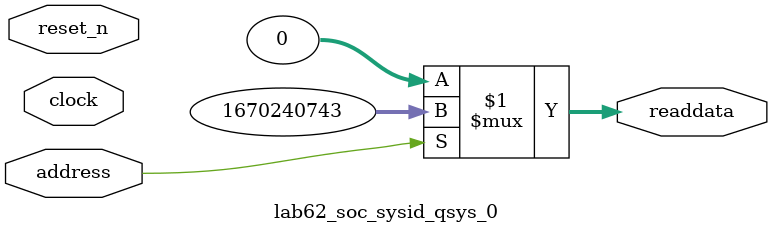
<source format=v>



// synthesis translate_off
`timescale 1ns / 1ps
// synthesis translate_on

// turn off superfluous verilog processor warnings 
// altera message_level Level1 
// altera message_off 10034 10035 10036 10037 10230 10240 10030 

module lab62_soc_sysid_qsys_0 (
               // inputs:
                address,
                clock,
                reset_n,

               // outputs:
                readdata
             )
;

  output  [ 31: 0] readdata;
  input            address;
  input            clock;
  input            reset_n;

  wire    [ 31: 0] readdata;
  //control_slave, which is an e_avalon_slave
  assign readdata = address ? 1670240743 : 0;

endmodule



</source>
